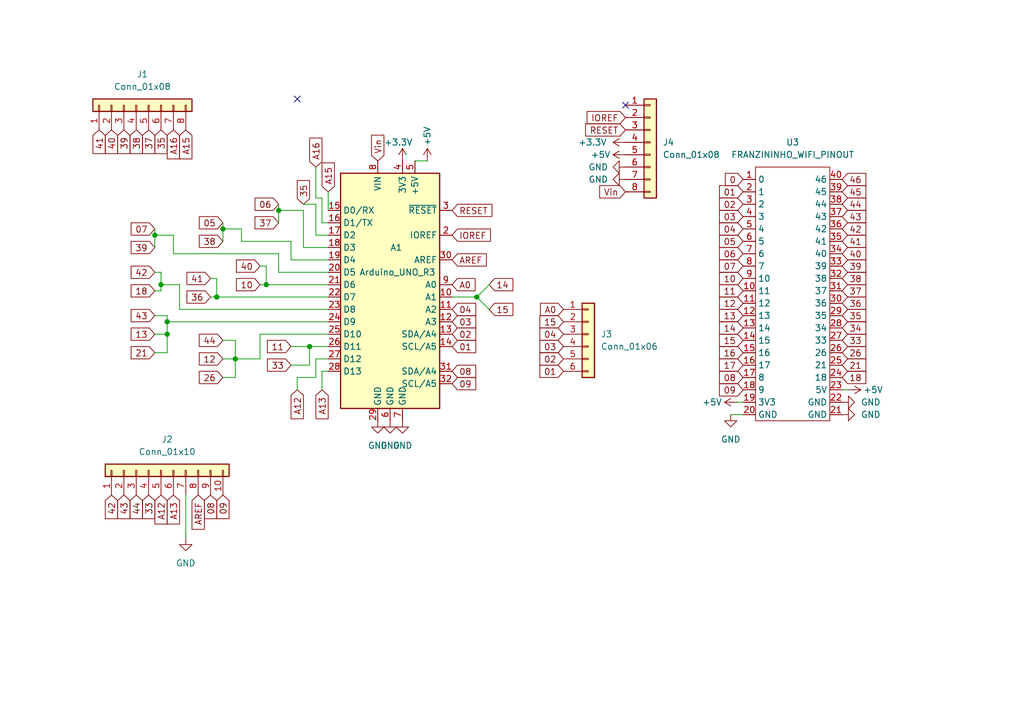
<source format=kicad_sch>
(kicad_sch (version 20211123) (generator eeschema)
  (paper "A5")
  (title_block (title "Tcc_leticia") (date "2022-09-11"))
  (lib_symbols
    (symbol "Connector_Generic:Conn_01x06" (pin_names (offset 1.016) hide)
      (property "Reference" "J" (at 0 7.62 0))
      (property "Value" "Conn_01x06" (at 0 -10.16 0))
      (symbol "Conn_01x06_1_1"
        (rectangle (start -1.27 -7.493) (end 0 -7.747) (stroke (width 0.1524)))
        (rectangle (start -1.27 -4.953) (end 0 -5.207) (stroke (width 0.1524)))
        (rectangle (start -1.27 -2.413) (end 0 -2.667) (stroke (width 0.1524)))
        (rectangle (start -1.27 0.127) (end 0 -0.127) (stroke (width 0.1524)))
        (rectangle (start -1.27 2.667) (end 0 2.413) (stroke (width 0.1524)))
        (rectangle (start -1.27 5.207) (end 0 4.953) (stroke (width 0.1524)))
        (rectangle (start -1.27 6.35) (end 1.27 -8.89) (stroke (width 0.254)) (fill (type background)))
        (pin passive line (at -5.08 5.08 0) (length 3.81) (name "Pin_1") (number "1"))
        (pin passive line (at -5.08 2.54 0) (length 3.81) (name "Pin_2") (number "2"))
        (pin passive line (at -5.08 0 0) (length 3.81) (name "Pin_3") (number "3"))
        (pin passive line (at -5.08 -2.54 0) (length 3.81) (name "Pin_4") (number "4"))
        (pin passive line (at -5.08 -5.08 0) (length 3.81) (name "Pin_5") (number "5"))
        (pin passive line (at -5.08 -7.62 0) (length 3.81) (name "Pin_6") (number "6"))
      )
    )
    (symbol "Connector_Generic:Conn_01x08" (pin_names (offset 1.016) hide)
      (property "Reference" "J" (at 0 10.16 0))
      (property "Value" "Conn_01x08" (at 0 -12.7 0))
      (symbol "Conn_01x08_1_1"
        (rectangle (start -1.27 -10.033) (end 0 -10.287) (stroke (width 0.1524)))
        (rectangle (start -1.27 -7.493) (end 0 -7.747) (stroke (width 0.1524)))
        (rectangle (start -1.27 -4.953) (end 0 -5.207) (stroke (width 0.1524)))
        (rectangle (start -1.27 -2.413) (end 0 -2.667) (stroke (width 0.1524)))
        (rectangle (start -1.27 0.127) (end 0 -0.127) (stroke (width 0.1524)))
        (rectangle (start -1.27 2.667) (end 0 2.413) (stroke (width 0.1524)))
        (rectangle (start -1.27 5.207) (end 0 4.953) (stroke (width 0.1524)))
        (rectangle (start -1.27 7.747) (end 0 7.493) (stroke (width 0.1524)))
        (rectangle (start -1.27 8.89) (end 1.27 -11.43) (stroke (width 0.254)) (fill (type background)))
        (pin passive line (at -5.08 7.62 0) (length 3.81) (name "Pin_1") (number "1"))
        (pin passive line (at -5.08 5.08 0) (length 3.81) (name "Pin_2") (number "2"))
        (pin passive line (at -5.08 2.54 0) (length 3.81) (name "Pin_3") (number "3"))
        (pin passive line (at -5.08 0 0) (length 3.81) (name "Pin_4") (number "4"))
        (pin passive line (at -5.08 -2.54 0) (length 3.81) (name "Pin_5") (number "5"))
        (pin passive line (at -5.08 -5.08 0) (length 3.81) (name "Pin_6") (number "6"))
        (pin passive line (at -5.08 -7.62 0) (length 3.81) (name "Pin_7") (number "7"))
        (pin passive line (at -5.08 -10.16 0) (length 3.81) (name "Pin_8") (number "8"))
      )
    )
    (symbol "Connector_Generic:Conn_01x10" (pin_names (offset 1.016) hide)
      (property "Reference" "J" (at 0 12.7 0))
      (property "Value" "Conn_01x10" (at 0 -15.24 0))
      (symbol "Conn_01x10_1_1"
        (rectangle (start -1.27 -12.573) (end 0 -12.827) (stroke (width 0.1524)))
        (rectangle (start -1.27 -10.033) (end 0 -10.287) (stroke (width 0.1524)))
        (rectangle (start -1.27 -7.493) (end 0 -7.747) (stroke (width 0.1524)))
        (rectangle (start -1.27 -4.953) (end 0 -5.207) (stroke (width 0.1524)))
        (rectangle (start -1.27 -2.413) (end 0 -2.667) (stroke (width 0.1524)))
        (rectangle (start -1.27 0.127) (end 0 -0.127) (stroke (width 0.1524)))
        (rectangle (start -1.27 2.667) (end 0 2.413) (stroke (width 0.1524)))
        (rectangle (start -1.27 5.207) (end 0 4.953) (stroke (width 0.1524)))
        (rectangle (start -1.27 7.747) (end 0 7.493) (stroke (width 0.1524)))
        (rectangle (start -1.27 10.287) (end 0 10.033) (stroke (width 0.1524)))
        (rectangle (start -1.27 11.43) (end 1.27 -13.97) (stroke (width 0.254)) (fill (type background)))
        (pin passive line (at -5.08 10.16 0) (length 3.81) (name "Pin_1") (number "1"))
        (pin passive line (at -5.08 -12.7 0) (length 3.81) (name "Pin_10") (number "10"))
        (pin passive line (at -5.08 7.62 0) (length 3.81) (name "Pin_2") (number "2"))
        (pin passive line (at -5.08 5.08 0) (length 3.81) (name "Pin_3") (number "3"))
        (pin passive line (at -5.08 2.54 0) (length 3.81) (name "Pin_4") (number "4"))
        (pin passive line (at -5.08 0 0) (length 3.81) (name "Pin_5") (number "5"))
        (pin passive line (at -5.08 -2.54 0) (length 3.81) (name "Pin_6") (number "6"))
        (pin passive line (at -5.08 -5.08 0) (length 3.81) (name "Pin_7") (number "7"))
        (pin passive line (at -5.08 -7.62 0) (length 3.81) (name "Pin_8") (number "8"))
        (pin passive line (at -5.08 -10.16 0) (length 3.81) (name "Pin_9") (number "9"))
      )
    )
    (symbol "FRANZININHO_LAB:FRANZININHO_WIFI_PINOUT"
      (property "Reference" "U" (at 0 27.94 0))
      (property "Value" "FRANZININHO_WIFI_PINOUT" (at 0 -26.67 0))
      (symbol "FRANZININHO_WIFI_PINOUT_0_1"
        (rectangle (start -7.62 26.67) (end 7.62 -25.4))
      )
      (symbol "FRANZININHO_WIFI_PINOUT_1_1"
        (pin bidirectional line (at -10.16 24.13 0) (length 2.54) (name "0") (number "1"))
        (pin bidirectional line (at -10.16 1.27 0) (length 2.54) (name "11") (number "10"))
        (pin bidirectional line (at -10.16 -1.27 0) (length 2.54) (name "12") (number "11"))
        (pin bidirectional line (at -10.16 -3.81 0) (length 2.54) (name "13") (number "12"))
        (pin bidirectional line (at -10.16 -6.35 0) (length 2.54) (name "14") (number "13"))
        (pin bidirectional line (at -10.16 -8.89 0) (length 2.54) (name "15") (number "14"))
        (pin bidirectional line (at -10.16 -11.43 0) (length 2.54) (name "16") (number "15"))
        (pin bidirectional line (at -10.16 -13.97 0) (length 2.54) (name "17") (number "16"))
        (pin bidirectional line (at -10.16 -16.51 0) (length 2.54) (name "8") (number "17"))
        (pin bidirectional line (at -10.16 -19.05 0) (length 2.54) (name "9") (number "18"))
        (pin power_out line (at -10.16 -21.59 0) (length 2.54) (name "3V3") (number "19"))
        (pin bidirectional line (at -10.16 21.59 0) (length 2.54) (name "1") (number "2"))
        (pin power_out line (at -10.16 -24.13 0) (length 2.54) (name "GND") (number "20"))
        (pin power_out line (at 10.16 -24.13 180) (length 2.54) (name "GND") (number "21"))
        (pin power_out line (at 10.16 -21.59 180) (length 2.54) (name "GND") (number "22"))
        (pin power_out line (at 10.16 -19.05 180) (length 2.54) (name "5V") (number "23"))
        (pin bidirectional line (at 10.16 -16.51 180) (length 2.54) (name "18") (number "24"))
        (pin bidirectional line (at 10.16 -13.97 180) (length 2.54) (name "21") (number "25"))
        (pin bidirectional line (at 10.16 -11.43 180) (length 2.54) (name "26") (number "26"))
        (pin bidirectional line (at 10.16 -8.89 180) (length 2.54) (name "33") (number "27"))
        (pin bidirectional line (at 10.16 -6.35 180) (length 2.54) (name "34") (number "28"))
        (pin bidirectional line (at 10.16 -3.81 180) (length 2.54) (name "35") (number "29"))
        (pin bidirectional line (at -10.16 19.05 0) (length 2.54) (name "2") (number "3"))
        (pin bidirectional line (at 10.16 -1.27 180) (length 2.54) (name "36") (number "30"))
        (pin bidirectional line (at 10.16 1.27 180) (length 2.54) (name "37") (number "31"))
        (pin bidirectional line (at 10.16 3.81 180) (length 2.54) (name "38") (number "32"))
        (pin bidirectional line (at 10.16 6.35 180) (length 2.54) (name "39") (number "33"))
        (pin bidirectional line (at 10.16 8.89 180) (length 2.54) (name "40") (number "34"))
        (pin bidirectional line (at 10.16 11.43 180) (length 2.54) (name "41") (number "35"))
        (pin bidirectional line (at 10.16 13.97 180) (length 2.54) (name "42") (number "36"))
        (pin bidirectional line (at 10.16 16.51 180) (length 2.54) (name "43") (number "37"))
        (pin bidirectional line (at 10.16 19.05 180) (length 2.54) (name "44") (number "38"))
        (pin bidirectional line (at 10.16 21.59 180) (length 2.54) (name "45") (number "39"))
        (pin bidirectional line (at -10.16 16.51 0) (length 2.54) (name "3") (number "4"))
        (pin input line (at 10.16 24.13 180) (length 2.54) (name "46") (number "40"))
        (pin bidirectional line (at -10.16 13.97 0) (length 2.54) (name "4") (number "5"))
        (pin bidirectional line (at -10.16 11.43 0) (length 2.54) (name "5") (number "6"))
        (pin bidirectional line (at -10.16 8.89 0) (length 2.54) (name "6") (number "7"))
        (pin bidirectional line (at -10.16 6.35 0) (length 2.54) (name "7") (number "8"))
        (pin bidirectional line (at -10.16 3.81 0) (length 2.54) (name "10") (number "9"))
      )
    )
    (symbol "MCU_Module:Arduino_UNO_R3"
      (property "Reference" "A" (at -10.16 23.495 0))
      (property "Value" "Arduino_UNO_R3" (at 5.08 -26.67 0))
      (symbol "Arduino_UNO_R3_0_1"
        (rectangle (start -10.16 22.86) (end 10.16 -25.4) (stroke (width 0.254)) (fill (type background)))
      )
      (symbol "Arduino_UNO_R3_1_1"
        (pin no_connect line (at -10.16 -20.32 0) (length 2.54) hide (name "NC") (number "1"))
        (pin bidirectional line (at 12.7 -2.54 180) (length 2.54) (name "A1") (number "10"))
        (pin bidirectional line (at 12.7 -5.08 180) (length 2.54) (name "A2") (number "11"))
        (pin bidirectional line (at 12.7 -7.62 180) (length 2.54) (name "A3") (number "12"))
        (pin bidirectional line (at 12.7 -10.16 180) (length 2.54) (name "SDA/A4") (number "13"))
        (pin bidirectional line (at 12.7 -12.7 180) (length 2.54) (name "SCL/A5") (number "14"))
        (pin bidirectional line (at -12.7 15.24 0) (length 2.54) (name "D0/RX") (number "15"))
        (pin bidirectional line (at -12.7 12.7 0) (length 2.54) (name "D1/TX") (number "16"))
        (pin bidirectional line (at -12.7 10.16 0) (length 2.54) (name "D2") (number "17"))
        (pin bidirectional line (at -12.7 7.62 0) (length 2.54) (name "D3") (number "18"))
        (pin bidirectional line (at -12.7 5.08 0) (length 2.54) (name "D4") (number "19"))
        (pin output line (at 12.7 10.16 180) (length 2.54) (name "IOREF") (number "2"))
        (pin bidirectional line (at -12.7 2.54 0) (length 2.54) (name "D5") (number "20"))
        (pin bidirectional line (at -12.7 0 0) (length 2.54) (name "D6") (number "21"))
        (pin bidirectional line (at -12.7 -2.54 0) (length 2.54) (name "D7") (number "22"))
        (pin bidirectional line (at -12.7 -5.08 0) (length 2.54) (name "D8") (number "23"))
        (pin bidirectional line (at -12.7 -7.62 0) (length 2.54) (name "D9") (number "24"))
        (pin bidirectional line (at -12.7 -10.16 0) (length 2.54) (name "D10") (number "25"))
        (pin bidirectional line (at -12.7 -12.7 0) (length 2.54) (name "D11") (number "26"))
        (pin bidirectional line (at -12.7 -15.24 0) (length 2.54) (name "D12") (number "27"))
        (pin bidirectional line (at -12.7 -17.78 0) (length 2.54) (name "D13") (number "28"))
        (pin power_in line (at -2.54 -27.94 90) (length 2.54) (name "GND") (number "29"))
        (pin input line (at 12.7 15.24 180) (length 2.54) (name "~{RESET}") (number "3"))
        (pin input line (at 12.7 5.08 180) (length 2.54) (name "AREF") (number "30"))
        (pin bidirectional line (at 12.7 -17.78 180) (length 2.54) (name "SDA/A4") (number "31"))
        (pin bidirectional line (at 12.7 -20.32 180) (length 2.54) (name "SCL/A5") (number "32"))
        (pin power_out line (at 2.54 25.4 270) (length 2.54) (name "3V3") (number "4"))
        (pin power_out line (at 5.08 25.4 270) (length 2.54) (name "+5V") (number "5"))
        (pin power_in line (at 0 -27.94 90) (length 2.54) (name "GND") (number "6"))
        (pin power_in line (at 2.54 -27.94 90) (length 2.54) (name "GND") (number "7"))
        (pin power_in line (at -2.54 25.4 270) (length 2.54) (name "VIN") (number "8"))
        (pin bidirectional line (at 12.7 0 180) (length 2.54) (name "A0") (number "9"))
      )
    )
    (symbol "power:+3.3V" (power) (pin_names (offset 0))
      (property "Value" "+3.3V" (at 0 3.556 0))
      (symbol "+3.3V_0_1"
        (polyline (pts (xy -0.762 1.27) (xy 0 2.54)))
        (polyline (pts (xy 0 0) (xy 0 2.54)))
        (polyline (pts (xy 0 2.54) (xy 0.762 1.27)))
      )
      (symbol "+3.3V_1_1"
        (pin power_in line (at 0 0 90) (length 0) hide (name "+3.3V") (number "1"))
      )
    )
    (symbol "power:+5V" (power) (pin_names (offset 0))
      (property "Value" "+5V" (at 0 3.556 0))
      (symbol "+5V_0_1"
        (polyline (pts (xy -0.762 1.27) (xy 0 2.54)))
        (polyline (pts (xy 0 0) (xy 0 2.54)))
        (polyline (pts (xy 0 2.54) (xy 0.762 1.27)))
      )
      (symbol "+5V_1_1"
        (pin power_in line (at 0 0 90) (length 0) hide (name "+5V") (number "1"))
      )
    )
    (symbol "power:GND" (power) (pin_names (offset 0))
      (property "Value" "GND" (at 0 -3.81 0))
      (symbol "GND_0_1"
        (polyline (pts (xy 0 0) (xy 0 -1.27) (xy 1.27 -1.27) (xy 0 -2.54) (xy -1.27 -1.27) (xy 0 -1.27)))
      )
      (symbol "GND_1_1"
        (pin power_in line (at 0 0 270) (length 0) hide (name "GND") (number "1"))
      )
    )
  )
  (junction (at 44.45 60.96))
  (junction (at 48.26 73.66))
  (junction (at 57.15 43.18))
  (junction (at 34.29 66.04))
  (junction (at 63.5 71.12))
  (junction (at 97.79 60.96))
  (junction (at 34.29 68.58))
  (junction (at 54.61 58.42))
  (junction (at 31.75 48.26))
  (junction (at 33.02 58.42))
  (junction (at 45.72 46.99))
  (no_connect (at 128.27 21.59))
  (no_connect (at 60.96 20.32))
  (wire (pts (xy 66.04 80.01) (xy 66.04 76.2)))
  (wire (pts (xy 59.69 74.93) (xy 63.5 74.93)))
  (wire (pts (xy 57.15 43.18) (xy 57.15 45.72)))
  (wire (pts (xy 43.18 57.15) (xy 44.45 57.15)))
  (wire (pts (xy 53.34 73.66) (xy 48.26 73.66)))
  (wire (pts (xy 31.75 68.58) (xy 34.29 68.58)))
  (wire (pts (xy 64.77 77.47) (xy 60.96 77.47)))
  (wire (pts (xy 100.33 58.42) (xy 97.79 60.96)))
  (wire (pts (xy 49.53 49.53) (xy 49.53 46.99)))
  (wire (pts (xy 49.53 46.99) (xy 45.72 46.99)))
  (wire (pts (xy 35.56 48.26) (xy 31.75 48.26)))
  (wire (pts (xy 59.69 71.12) (xy 63.5 71.12)))
  (wire (pts (xy 33.02 58.42) (xy 33.02 55.88)))
  (wire (pts (xy 57.15 52.07) (xy 35.56 52.07)))
  (wire (pts (xy 53.34 58.42) (xy 54.61 58.42)))
  (wire (pts (xy 62.23 43.18) (xy 57.15 43.18)))
  (wire (pts (xy 48.26 73.66) (xy 48.26 77.47)))
  (wire (pts (xy 54.61 54.61) (xy 54.61 58.42)))
  (wire (pts (xy 67.31 48.26) (xy 64.77 48.26)))
  (wire (pts (xy 87.63 33.02) (xy 85.09 33.02)))
  (wire (pts (xy 64.77 48.26) (xy 64.77 41.91)))
  (wire (pts (xy 63.5 71.12) (xy 67.31 71.12)))
  (wire (pts (xy 44.45 60.96) (xy 67.31 60.96)))
  (wire (pts (xy 36.83 58.42) (xy 33.02 58.42)))
  (wire (pts (xy 66.04 45.72) (xy 67.31 45.72)))
  (wire (pts (xy 33.02 59.69) (xy 33.02 58.42)))
  (wire (pts (xy 45.72 77.47) (xy 48.26 77.47)))
  (wire (pts (xy 33.02 55.88) (xy 31.75 55.88)))
  (wire (pts (xy 67.31 68.58) (xy 53.34 68.58)))
  (wire (pts (xy 92.71 60.96) (xy 97.79 60.96)))
  (wire (pts (xy 45.72 45.72) (xy 45.72 46.99)))
  (wire (pts (xy 172.72 80.01) (xy 173.99 80.01)))
  (wire (pts (xy 31.75 72.39) (xy 34.29 72.39)))
  (wire (pts (xy 67.31 55.88) (xy 57.15 55.88)))
  (wire (pts (xy 97.79 60.96) (xy 100.33 63.5)))
  (wire (pts (xy 53.34 54.61) (xy 54.61 54.61)))
  (wire (pts (xy 64.77 73.66) (xy 64.77 77.47)))
  (wire (pts (xy 31.75 48.26) (xy 31.75 50.8)))
  (wire (pts (xy 59.69 53.34) (xy 59.69 49.53)))
  (wire (pts (xy 64.77 41.91) (xy 62.23 41.91)))
  (wire (pts (xy 57.15 41.91) (xy 57.15 43.18)))
  (wire (pts (xy 53.34 68.58) (xy 53.34 73.66)))
  (wire (pts (xy 60.96 77.47) (xy 60.96 80.01)))
  (wire (pts (xy 57.15 55.88) (xy 57.15 52.07)))
  (wire (pts (xy 63.5 74.93) (xy 63.5 71.12)))
  (wire (pts (xy 31.75 46.99) (xy 31.75 48.26)))
  (wire (pts (xy 67.31 50.8) (xy 62.23 50.8)))
  (wire (pts (xy 67.31 53.34) (xy 59.69 53.34)))
  (wire (pts (xy 59.69 49.53) (xy 49.53 49.53)))
  (wire (pts (xy 45.72 46.99) (xy 45.72 49.53)))
  (wire (pts (xy 34.29 66.04) (xy 34.29 68.58)))
  (wire (pts (xy 43.18 60.96) (xy 44.45 60.96)))
  (wire (pts (xy 31.75 64.77) (xy 34.29 64.77)))
  (wire (pts (xy 67.31 73.66) (xy 64.77 73.66)))
  (wire (pts (xy 66.04 76.2) (xy 67.31 76.2)))
  (wire (pts (xy 48.26 69.85) (xy 48.26 73.66)))
  (wire (pts (xy 151.13 82.55) (xy 152.4 82.55)))
  (wire (pts (xy 66.04 40.64) (xy 66.04 45.72)))
  (wire (pts (xy 45.72 73.66) (xy 48.26 73.66)))
  (wire (pts (xy 34.29 72.39) (xy 34.29 68.58)))
  (wire (pts (xy 62.23 50.8) (xy 62.23 43.18)))
  (wire (pts (xy 34.29 64.77) (xy 34.29 66.04)))
  (wire (pts (xy 31.75 59.69) (xy 33.02 59.69)))
  (wire (pts (xy 64.77 40.64) (xy 66.04 40.64)))
  (wire (pts (xy 36.83 63.5) (xy 36.83 58.42)))
  (wire (pts (xy 45.72 69.85) (xy 48.26 69.85)))
  (wire (pts (xy 54.61 58.42) (xy 67.31 58.42)))
  (wire (pts (xy 67.31 63.5) (xy 36.83 63.5)))
  (wire (pts (xy 35.56 52.07) (xy 35.56 48.26)))
  (wire (pts (xy 44.45 57.15) (xy 44.45 60.96)))
  (wire (pts (xy 67.31 39.37) (xy 67.31 43.18)))
  (wire (pts (xy 149.86 85.09) (xy 152.4 85.09)))
  (wire (pts (xy 64.77 34.29) (xy 64.77 40.64)))
  (wire (pts (xy 38.1 110.49) (xy 38.1 101.6)))
  (wire (pts (xy 34.29 66.04) (xy 67.31 66.04)))
  (global_label "01" (shape input) (at 92.71 71.12 0) (property "Intersheet References" "${INTERSHEET_REFS}" (effects hide)))
  (global_label "04" (shape input) (at 92.71 63.5 0) (property "Intersheet References" "${INTERSHEET_REFS}" (effects hide)))
  (global_label "26" (shape input) (at 172.72 72.39 0) (property "Intersheet References" "${INTERSHEET_REFS}" (effects hide)))
  (global_label "AREF" (shape input) (at 92.71 53.34 0) (property "Intersheet References" "${INTERSHEET_REFS}" (effects hide)))
  (global_label "11" (shape input) (at 152.4 59.69 180) (property "Intersheet References" "${INTERSHEET_REFS}" (effects hide)))
  (global_label "09" (shape input) (at 92.71 78.74 0) (property "Intersheet References" "${INTERSHEET_REFS}" (effects hide)))
  (global_label "AREF" (shape input) (at 40.64 101.6 270) (property "Intersheet References" "${INTERSHEET_REFS}" (effects hide)))
  (global_label "05" (shape input) (at 45.72 45.72 180) (property "Intersheet References" "${INTERSHEET_REFS}" (effects hide)))
  (global_label "RESET" (shape input) (at 128.27 26.67 180) (property "Intersheet References" "${INTERSHEET_REFS}" (effects hide)))
  (global_label "15" (shape input) (at 152.4 69.85 180) (property "Intersheet References" "${INTERSHEET_REFS}" (effects hide)))
  (global_label "A12" (shape input) (at 33.02 101.6 270) (property "Intersheet References" "${INTERSHEET_REFS}" (effects hide)))
  (global_label "38" (shape input) (at 27.94 26.67 270) (property "Intersheet References" "${INTERSHEET_REFS}" (effects hide)))
  (global_label "37" (shape input) (at 30.48 26.67 270) (property "Intersheet References" "${INTERSHEET_REFS}" (effects hide)))
  (global_label "11" (shape input) (at 59.69 71.12 180) (property "Intersheet References" "${INTERSHEET_REFS}" (effects hide)))
  (global_label "44" (shape input) (at 27.94 101.6 270) (property "Intersheet References" "${INTERSHEET_REFS}" (effects hide)))
  (global_label "41" (shape input) (at 20.32 26.67 270) (property "Intersheet References" "${INTERSHEET_REFS}" (effects hide)))
  (global_label "08" (shape input) (at 152.4 77.47 180) (property "Intersheet References" "${INTERSHEET_REFS}" (effects hide)))
  (global_label "18" (shape input) (at 172.72 77.47 0) (property "Intersheet References" "${INTERSHEET_REFS}" (effects hide)))
  (global_label "13" (shape input) (at 152.4 64.77 180) (property "Intersheet References" "${INTERSHEET_REFS}" (effects hide)))
  (global_label "A16" (shape input) (at 64.77 34.29 90) (property "Intersheet References" "${INTERSHEET_REFS}" (effects hide)))
  (global_label "37" (shape input) (at 57.15 45.72 180) (property "Intersheet References" "${INTERSHEET_REFS}" (effects hide)))
  (global_label "33" (shape input) (at 59.69 74.93 180) (property "Intersheet References" "${INTERSHEET_REFS}" (effects hide)))
  (global_label "A13" (shape input) (at 66.04 80.01 270) (property "Intersheet References" "${INTERSHEET_REFS}" (effects hide)))
  (global_label "03" (shape input) (at 152.4 44.45 180) (property "Intersheet References" "${INTERSHEET_REFS}" (effects hide)))
  (global_label "01" (shape input) (at 152.4 39.37 180) (property "Intersheet References" "${INTERSHEET_REFS}" (effects hide)))
  (global_label "40" (shape input) (at 53.34 54.61 180) (property "Intersheet References" "${INTERSHEET_REFS}" (effects hide)))
  (global_label "42" (shape input) (at 22.86 101.6 270) (property "Intersheet References" "${INTERSHEET_REFS}" (effects hide)))
  (global_label "12" (shape input) (at 45.72 73.66 180) (property "Intersheet References" "${INTERSHEET_REFS}" (effects hide)))
  (global_label "41" (shape input) (at 172.72 49.53 0) (property "Intersheet References" "${INTERSHEET_REFS}" (effects hide)))
  (global_label "21" (shape input) (at 172.72 74.93 0) (property "Intersheet References" "${INTERSHEET_REFS}" (effects hide)))
  (global_label "14" (shape input) (at 152.4 67.31 180) (property "Intersheet References" "${INTERSHEET_REFS}" (effects hide)))
  (global_label "45" (shape input) (at 172.72 39.37 0) (property "Intersheet References" "${INTERSHEET_REFS}" (effects hide)))
  (global_label "36" (shape input) (at 43.18 60.96 180) (property "Intersheet References" "${INTERSHEET_REFS}" (effects hide)))
  (global_label "A13" (shape input) (at 35.56 101.6 270) (property "Intersheet References" "${INTERSHEET_REFS}" (effects hide)))
  (global_label "34" (shape input) (at 172.72 67.31 0) (property "Intersheet References" "${INTERSHEET_REFS}" (effects hide)))
  (global_label "09" (shape input) (at 152.4 80.01 180) (property "Intersheet References" "${INTERSHEET_REFS}" (effects hide)))
  (global_label "IOREF" (shape input) (at 92.71 48.26 0) (property "Intersheet References" "${INTERSHEET_REFS}" (effects hide)))
  (global_label "21" (shape input) (at 31.75 72.39 180) (property "Intersheet References" "${INTERSHEET_REFS}" (effects hide)))
  (global_label "RESET" (shape input) (at 92.71 43.18 0) (property "Intersheet References" "${INTERSHEET_REFS}" (effects hide)))
  (global_label "14" (shape input) (at 100.33 58.42 0) (property "Intersheet References" "${INTERSHEET_REFS}" (effects hide)))
  (global_label "38" (shape input) (at 45.72 49.53 180) (property "Intersheet References" "${INTERSHEET_REFS}" (effects hide)))
  (global_label "10" (shape input) (at 53.34 58.42 180) (property "Intersheet References" "${INTERSHEET_REFS}" (effects hide)))
  (global_label "33" (shape input) (at 30.48 101.6 270) (property "Intersheet References" "${INTERSHEET_REFS}" (effects hide)))
  (global_label "03" (shape input) (at 115.57 71.12 180) (property "Intersheet References" "${INTERSHEET_REFS}" (effects hide)))
  (global_label "A15" (shape input) (at 67.31 39.37 90) (property "Intersheet References" "${INTERSHEET_REFS}" (effects hide)))
  (global_label "15" (shape input) (at 100.33 63.5 0) (property "Intersheet References" "${INTERSHEET_REFS}" (effects hide)))
  (global_label "39" (shape input) (at 31.75 50.8 180) (property "Intersheet References" "${INTERSHEET_REFS}" (effects hide)))
  (global_label "05" (shape input) (at 152.4 49.53 180) (property "Intersheet References" "${INTERSHEET_REFS}" (effects hide)))
  (global_label "08" (shape input) (at 43.18 101.6 270) (property "Intersheet References" "${INTERSHEET_REFS}" (effects hide)))
  (global_label "A0" (shape input) (at 115.57 63.5 180) (property "Intersheet References" "${INTERSHEET_REFS}" (effects hide)))
  (global_label "A0" (shape input) (at 92.71 58.42 0) (property "Intersheet References" "${INTERSHEET_REFS}" (effects hide)))
  (global_label "IOREF" (shape input) (at 128.27 24.13 180) (property "Intersheet References" "${INTERSHEET_REFS}" (effects hide)))
  (global_label "A12" (shape input) (at 60.96 80.01 270) (property "Intersheet References" "${INTERSHEET_REFS}" (effects hide)))
  (global_label "03" (shape input) (at 92.71 66.04 0) (property "Intersheet References" "${INTERSHEET_REFS}" (effects hide)))
  (global_label "12" (shape input) (at 152.4 62.23 180) (property "Intersheet References" "${INTERSHEET_REFS}" (effects hide)))
  (global_label "06" (shape input) (at 152.4 52.07 180) (property "Intersheet References" "${INTERSHEET_REFS}" (effects hide)))
  (global_label "Vin" (shape input) (at 128.27 39.37 180) (property "Intersheet References" "${INTERSHEET_REFS}" (effects hide)))
  (global_label "Vin" (shape input) (at 77.47 33.02 90) (property "Intersheet References" "${INTERSHEET_REFS}" (effects hide)))
  (global_label "02" (shape input) (at 115.57 73.66 180) (property "Intersheet References" "${INTERSHEET_REFS}" (effects hide)))
  (global_label "01" (shape input) (at 115.57 76.2 180) (property "Intersheet References" "${INTERSHEET_REFS}" (effects hide)))
  (global_label "41" (shape input) (at 43.18 57.15 180) (property "Intersheet References" "${INTERSHEET_REFS}" (effects hide)))
  (global_label "42" (shape input) (at 172.72 46.99 0) (property "Intersheet References" "${INTERSHEET_REFS}" (effects hide)))
  (global_label "06" (shape input) (at 57.15 41.91 180) (property "Intersheet References" "${INTERSHEET_REFS}" (effects hide)))
  (global_label "44" (shape input) (at 172.72 41.91 0) (property "Intersheet References" "${INTERSHEET_REFS}" (effects hide)))
  (global_label "26" (shape input) (at 45.72 77.47 180) (property "Intersheet References" "${INTERSHEET_REFS}" (effects hide)))
  (global_label "33" (shape input) (at 172.72 69.85 0) (property "Intersheet References" "${INTERSHEET_REFS}" (effects hide)))
  (global_label "02" (shape input) (at 92.71 68.58 0) (property "Intersheet References" "${INTERSHEET_REFS}" (effects hide)))
  (global_label "07" (shape input) (at 31.75 46.99 180) (property "Intersheet References" "${INTERSHEET_REFS}" (effects hide)))
  (global_label "10" (shape input) (at 152.4 57.15 180) (property "Intersheet References" "${INTERSHEET_REFS}" (effects hide)))
  (global_label "A15" (shape input) (at 38.1 26.67 270) (property "Intersheet References" "${INTERSHEET_REFS}" (effects hide)))
  (global_label "15" (shape input) (at 115.57 66.04 180) (property "Intersheet References" "${INTERSHEET_REFS}" (effects hide)))
  (global_label "46" (shape input) (at 172.72 36.83 0) (property "Intersheet References" "${INTERSHEET_REFS}" (effects hide)))
  (global_label "44" (shape input) (at 45.72 69.85 180) (property "Intersheet References" "${INTERSHEET_REFS}" (effects hide)))
  (global_label "42" (shape input) (at 31.75 55.88 180) (property "Intersheet References" "${INTERSHEET_REFS}" (effects hide)))
  (global_label "17" (shape input) (at 152.4 74.93 180) (property "Intersheet References" "${INTERSHEET_REFS}" (effects hide)))
  (global_label "04" (shape input) (at 152.4 46.99 180) (property "Intersheet References" "${INTERSHEET_REFS}" (effects hide)))
  (global_label "16" (shape input) (at 152.4 72.39 180) (property "Intersheet References" "${INTERSHEET_REFS}" (effects hide)))
  (global_label "43" (shape input) (at 31.75 64.77 180) (property "Intersheet References" "${INTERSHEET_REFS}" (effects hide)))
  (global_label "40" (shape input) (at 22.86 26.67 270) (property "Intersheet References" "${INTERSHEET_REFS}" (effects hide)))
  (global_label "36" (shape input) (at 172.72 62.23 0) (property "Intersheet References" "${INTERSHEET_REFS}" (effects hide)))
  (global_label "A16" (shape input) (at 35.56 26.67 270) (property "Intersheet References" "${INTERSHEET_REFS}" (effects hide)))
  (global_label "35" (shape input) (at 172.72 64.77 0) (property "Intersheet References" "${INTERSHEET_REFS}" (effects hide)))
  (global_label "43" (shape input) (at 25.4 101.6 270) (property "Intersheet References" "${INTERSHEET_REFS}" (effects hide)))
  (global_label "39" (shape input) (at 172.72 54.61 0) (property "Intersheet References" "${INTERSHEET_REFS}" (effects hide)))
  (global_label "39" (shape input) (at 25.4 26.67 270) (property "Intersheet References" "${INTERSHEET_REFS}" (effects hide)))
  (global_label "08" (shape input) (at 92.71 76.2 0) (property "Intersheet References" "${INTERSHEET_REFS}" (effects hide)))
  (global_label "37" (shape input) (at 172.72 59.69 0) (property "Intersheet References" "${INTERSHEET_REFS}" (effects hide)))
  (global_label "0" (shape input) (at 152.4 36.83 180) (property "Intersheet References" "${INTERSHEET_REFS}" (effects hide)))
  (global_label "02" (shape input) (at 152.4 41.91 180) (property "Intersheet References" "${INTERSHEET_REFS}" (effects hide)))
  (global_label "35" (shape input) (at 33.02 26.67 270) (property "Intersheet References" "${INTERSHEET_REFS}" (effects hide)))
  (global_label "09" (shape input) (at 45.72 101.6 270) (property "Intersheet References" "${INTERSHEET_REFS}" (effects hide)))
  (global_label "04" (shape input) (at 115.57 68.58 180) (property "Intersheet References" "${INTERSHEET_REFS}" (effects hide)))
  (global_label "18" (shape input) (at 31.75 59.69 180) (property "Intersheet References" "${INTERSHEET_REFS}" (effects hide)))
  (global_label "13" (shape input) (at 31.75 68.58 180) (property "Intersheet References" "${INTERSHEET_REFS}" (effects hide)))
  (global_label "35" (shape input) (at 62.23 41.91 90) (property "Intersheet References" "${INTERSHEET_REFS}" (effects hide)))
  (global_label "43" (shape input) (at 172.72 44.45 0) (property "Intersheet References" "${INTERSHEET_REFS}" (effects hide)))
  (global_label "07" (shape input) (at 152.4 54.61 180) (property "Intersheet References" "${INTERSHEET_REFS}" (effects hide)))
  (global_label "40" (shape input) (at 172.72 52.07 0) (property "Intersheet References" "${INTERSHEET_REFS}" (effects hide)))
  (global_label "38" (shape input) (at 172.72 57.15 0) (property "Intersheet References" "${INTERSHEET_REFS}" (effects hide)))
  (symbol (lib_id "Connector_Generic:Conn_01x06") (at 120.65 68.58 0) (unit 1)
    (property "Reference" "J3" (at 123.19 68.5799 0) (effects (justify left)))
    (property "Value" "Conn_01x06" (at 123.19 71.1199 0) (effects (justify left)))
    (property "Footprint" "Connector_PinHeader_2.54mm:PinHeader_1x06_P2.54mm_Vertical" (effects hide))
  )
  (symbol (lib_id "power:+5V") (at 173.99 80.01 270) (unit 1)
    (property "Reference" "#PWR057" (effects hide))
    (property "Value" "+5V" (at 179.07 80.01 90))
  )
  (symbol (lib_id "Connector_Generic:Conn_01x08") (at 27.94 21.59 90) (unit 1)
    (property "Reference" "J1" (at 29.21 15.24 90))
    (property "Value" "Conn_01x08" (at 29.21 17.78 90))
    (property "Footprint" "Connector_PinHeader_2.54mm:PinHeader_1x08_P2.54mm_Vertical" (effects hide))
  )
  (symbol (lib_id "Connector_Generic:Conn_01x08") (at 133.35 29.21 0) (unit 1)
    (property "Reference" "J4" (at 135.89 29.2099 0) (effects (justify left)))
    (property "Value" "Conn_01x08" (at 135.89 31.7499 0) (effects (justify left)))
    (property "Footprint" "Connector_PinHeader_2.54mm:PinHeader_1x08_P2.54mm_Vertical" (effects hide))
  )
  (symbol (lib_id "Connector_Generic:Conn_01x10") (at 33.02 96.52 90) (unit 1)
    (property "Reference" "J2" (at 34.29 90.17 90))
    (property "Value" "Conn_01x10" (at 34.29 92.71 90))
    (property "Footprint" "Connector_PinHeader_2.54mm:PinHeader_1x10_P2.54mm_Vertical" (effects hide))
  )
  (symbol (lib_id "power:GND") (at 128.27 36.83 270) (unit 1)
    (property "Reference" "#PWR05" (effects hide))
    (property "Value" "GND" (at 120.65 36.83 90) (effects (justify left)))
  )
  (symbol (lib_id "power:GND") (at 149.86 85.09 0) (unit 1)
    (property "Reference" "#PWR060" (effects hide))
    (property "Value" "GND" (at 149.86 90.17 0))
  )
  (symbol (lib_id "power:+3.3V") (at 82.55 33.02 0) (unit 1)
    (property "Reference" "#PWR0103" (effects hide))
    (property "Value" "+3.3V" (at 78.74 29.21 0) (effects (justify left)))
  )
  (symbol (lib_id "power:GND") (at 38.1 110.49 0) (unit 1)
    (property "Reference" "#PWR01" (effects hide))
    (property "Value" "GND" (at 38.1 115.57 0))
  )
  (symbol (lib_id "power:+3.3V") (at 128.27 29.21 90) (unit 1)
    (property "Reference" "#PWR02" (effects hide))
    (property "Value" "+3.3V" (at 124.46 29.21 90) (effects (justify left)))
  )
  (symbol (lib_id "FRANZININHO_LAB:FRANZININHO_WIFI_PINOUT") (at 162.56 60.96 0) (unit 1)
    (property "Reference" "U3" (at 162.56 29.21 0))
    (property "Value" "FRANZININHO_WIFI_PINOUT" (at 162.56 31.75 0))
    (property "Footprint" "FRANZININHO_LAB:FRANZININHO_WIFI_PINOUT" (effects hide))
  )
  (symbol (lib_id "power:GND") (at 128.27 34.29 270) (unit 1)
    (property "Reference" "#PWR04" (effects hide))
    (property "Value" "GND" (at 120.65 34.29 90) (effects (justify left)))
  )
  (symbol (lib_id "power:GND") (at 80.01 86.36 0) (unit 1)
    (property "Reference" "#PWR0106" (effects hide))
    (property "Value" "GND" (at 80.01 91.44 0))
  )
  (symbol (lib_id "MCU_Module:Arduino_UNO_R3") (at 80.01 58.42 0) (unit 1)
    (property "Reference" "A1" (at 80.01 50.8 0) (effects (justify left)))
    (property "Value" "Arduino_UNO_R3" (at 73.66 55.88 0) (effects (justify left)))
    (property "Footprint" "Module:Arduino_UNO_R3" (effects hide))
    (property "Datasheet" "https://www.arduino.cc/en/Main/arduinoBoardUno" (effects hide))
  )
  (symbol (lib_id "power:GND") (at 172.72 85.09 90) (unit 1)
    (property "Reference" "#PWR0101" (effects hide))
    (property "Value" "GND" (at 176.53 85.0899 90) (effects (justify right)))
  )
  (symbol (lib_id "power:GND") (at 82.55 86.36 0) (unit 1)
    (property "Reference" "#PWR0107" (effects hide))
    (property "Value" "GND" (at 82.55 91.44 0))
  )
  (symbol (lib_id "power:GND") (at 77.47 86.36 0) (unit 1)
    (property "Reference" "#PWR0108" (effects hide))
    (property "Value" "GND" (at 77.47 91.44 0))
  )
  (symbol (lib_id "power:GND") (at 172.72 82.55 90) (unit 1)
    (property "Reference" "#PWR0102" (effects hide))
    (property "Value" "GND" (at 176.53 82.5499 90) (effects (justify right)))
  )
  (symbol (lib_id "power:+5V") (at 128.27 31.75 90) (unit 1)
    (property "Reference" "#PWR03" (effects hide))
    (property "Value" "+5V" (at 123.19 31.75 90))
  )
  (symbol (lib_id "power:+5V") (at 87.63 33.02 0) (unit 1)
    (property "Reference" "#PWR0105" (effects hide))
    (property "Value" "+5V" (at 87.63 27.94 90))
  )
  (symbol (lib_id "power:+5V") (at 151.13 82.55 90) (unit 1)
    (property "Reference" "#PWR06" (effects hide))
    (property "Value" "+5V" (at 146.05 82.55 90))
  )
)
</source>
